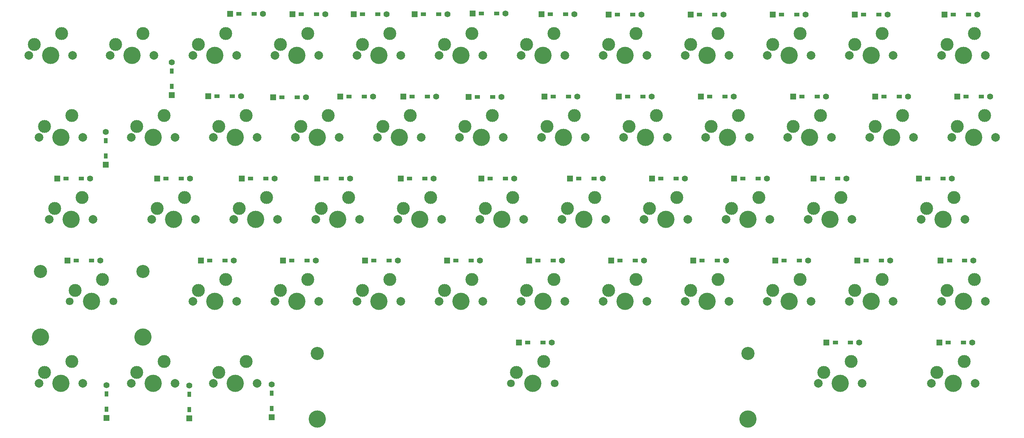
<source format=gbr>
%TF.GenerationSoftware,KiCad,Pcbnew,(7.0.0)*%
%TF.CreationDate,2024-09-06T15:26:17+09:00*%
%TF.ProjectId,rowlow52,726f776c-6f77-4353-922e-6b696361645f,rev?*%
%TF.SameCoordinates,Original*%
%TF.FileFunction,Soldermask,Top*%
%TF.FilePolarity,Negative*%
%FSLAX46Y46*%
G04 Gerber Fmt 4.6, Leading zero omitted, Abs format (unit mm)*
G04 Created by KiCad (PCBNEW (7.0.0)) date 2024-09-06 15:26:17*
%MOMM*%
%LPD*%
G01*
G04 APERTURE LIST*
%ADD10C,2.000000*%
%ADD11C,3.000000*%
%ADD12C,4.000000*%
%ADD13R,1.397000X1.397000*%
%ADD14R,1.300000X0.950000*%
%ADD15C,1.397000*%
%ADD16R,0.950000X1.300000*%
%ADD17C,3.050000*%
%ADD18C,1.800000*%
G04 APERTURE END LIST*
D10*
%TO.C,SW23*%
X247332500Y-102393700D03*
D11*
X248602500Y-99853700D03*
D12*
X252412500Y-102393700D03*
D11*
X254952500Y-97313700D03*
D10*
X257492500Y-102393700D03*
%TD*%
D13*
%TO.C,D29*%
X138458799Y-111918699D03*
D14*
X140493799Y-111918699D03*
X144043799Y-111918699D03*
D15*
X146078800Y-111918700D03*
%TD*%
D13*
%TO.C,D3*%
X113289999Y-73699999D03*
D14*
X115324999Y-73699999D03*
X118874999Y-73699999D03*
D15*
X120910000Y-73700000D03*
%TD*%
D13*
%TO.C,D39*%
X130146299Y-130968699D03*
D14*
X132181299Y-130968699D03*
X135731299Y-130968699D03*
D15*
X137766300Y-130968700D03*
%TD*%
D10*
%TO.C,SW3*%
X90170000Y-83343700D03*
D11*
X91440000Y-80803700D03*
D12*
X95250000Y-83343700D03*
D11*
X97790000Y-78263700D03*
D10*
X100330000Y-83343700D03*
%TD*%
D13*
%TO.C,D33*%
X215871299Y-111918699D03*
D14*
X217906299Y-111918699D03*
X221456299Y-111918699D03*
D15*
X223491300Y-111918700D03*
%TD*%
D13*
%TO.C,D6*%
X155164999Y-73549999D03*
D14*
X157199999Y-73549999D03*
X160749999Y-73549999D03*
D15*
X162785000Y-73550000D03*
%TD*%
D10*
%TO.C,SW8*%
X185420000Y-83343700D03*
D11*
X186690000Y-80803700D03*
D12*
X190500000Y-83343700D03*
D11*
X193040000Y-78263700D03*
D10*
X195580000Y-83343700D03*
%TD*%
%TO.C,SW39*%
X128270000Y-140493700D03*
D11*
X129540000Y-137953700D03*
D12*
X133350000Y-140493700D03*
D11*
X135890000Y-135413700D03*
D10*
X138430000Y-140493700D03*
%TD*%
D13*
%TO.C,D20*%
X189071299Y-92868699D03*
D14*
X191106299Y-92868699D03*
X194656299Y-92868699D03*
D15*
X196691300Y-92868700D03*
%TD*%
D13*
%TO.C,D9*%
X205739999Y-73818699D03*
D14*
X207774999Y-73818699D03*
X211324999Y-73818699D03*
D15*
X213360000Y-73818700D03*
%TD*%
D13*
%TO.C,D52*%
X263496299Y-150018699D03*
D14*
X265531299Y-150018699D03*
X269081299Y-150018699D03*
D15*
X271116300Y-150018700D03*
%TD*%
D10*
%TO.C,SW32*%
X194945000Y-121443700D03*
D11*
X196215000Y-118903700D03*
D12*
X200025000Y-121443700D03*
D11*
X202565000Y-116363700D03*
D10*
X205105000Y-121443700D03*
%TD*%
D13*
%TO.C,D18*%
X154189999Y-92949999D03*
D14*
X156224999Y-92949999D03*
X159774999Y-92949999D03*
D15*
X161810000Y-92950000D03*
%TD*%
D13*
%TO.C,D48*%
X89324999Y-167634999D03*
D16*
X89324999Y-165599999D03*
X89324999Y-162049999D03*
D15*
X89325000Y-160015000D03*
%TD*%
D10*
%TO.C,SW35*%
X259238800Y-121443700D03*
D11*
X260508800Y-118903700D03*
D12*
X264318800Y-121443700D03*
D11*
X266858800Y-116363700D03*
D10*
X269398800Y-121443700D03*
%TD*%
D13*
%TO.C,D38*%
X111096299Y-130968699D03*
D14*
X113131299Y-130968699D03*
X116681299Y-130968699D03*
D15*
X118716300Y-130968700D03*
%TD*%
D10*
%TO.C,SW6*%
X147320000Y-83343700D03*
D11*
X148590000Y-80803700D03*
D12*
X152400000Y-83343700D03*
D11*
X154940000Y-78263700D03*
D10*
X157480000Y-83343700D03*
%TD*%
D13*
%TO.C,D24*%
X267652499Y-92868699D03*
D14*
X269687499Y-92868699D03*
X273237499Y-92868699D03*
D15*
X275272500Y-92868700D03*
%TD*%
D10*
%TO.C,SW19*%
X171132500Y-102393700D03*
D11*
X172402500Y-99853700D03*
D12*
X176212500Y-102393700D03*
D11*
X178752500Y-97313700D03*
D10*
X181292500Y-102393700D03*
%TD*%
D13*
%TO.C,D45*%
X244446299Y-130968699D03*
D14*
X246481299Y-130968699D03*
X250031299Y-130968699D03*
D15*
X252066300Y-130968700D03*
%TD*%
D10*
%TO.C,SW43*%
X204470000Y-140493700D03*
D11*
X205740000Y-137953700D03*
D12*
X209550000Y-140493700D03*
D11*
X212090000Y-135413700D03*
D10*
X214630000Y-140493700D03*
%TD*%
D13*
%TO.C,D40*%
X149196299Y-130968699D03*
D14*
X151231299Y-130968699D03*
X154781299Y-130968699D03*
D15*
X156816300Y-130968700D03*
%TD*%
D10*
%TO.C,SW30*%
X156845000Y-121443700D03*
D11*
X158115000Y-118903700D03*
D12*
X161925000Y-121443700D03*
D11*
X164465000Y-116363700D03*
D10*
X167005000Y-121443700D03*
%TD*%
D13*
%TO.C,D23*%
X248602499Y-92868699D03*
D14*
X250637499Y-92868699D03*
X254187499Y-92868699D03*
D15*
X256222500Y-92868700D03*
%TD*%
D10*
%TO.C,SW13*%
X54451300Y-102393700D03*
D11*
X55721300Y-99853700D03*
D12*
X59531300Y-102393700D03*
D11*
X62071300Y-97313700D03*
D10*
X64611300Y-102393700D03*
%TD*%
%TO.C,SW28*%
X118745000Y-121443700D03*
D11*
X120015000Y-118903700D03*
D12*
X123825000Y-121443700D03*
D11*
X126365000Y-116363700D03*
D10*
X128905000Y-121443700D03*
%TD*%
D13*
%TO.C,D43*%
X206346299Y-130968699D03*
D14*
X208381299Y-130968699D03*
X211931299Y-130968699D03*
D15*
X213966300Y-130968700D03*
%TD*%
D10*
%TO.C,SW42*%
X185420000Y-140493700D03*
D11*
X186690000Y-137953700D03*
D12*
X190500000Y-140493700D03*
D11*
X193040000Y-135413700D03*
D10*
X195580000Y-140493700D03*
%TD*%
D13*
%TO.C,D46*%
X263804499Y-130968699D03*
D14*
X265839499Y-130968699D03*
X269389499Y-130968699D03*
D15*
X271424500Y-130968700D03*
%TD*%
D10*
%TO.C,SW16*%
X113982500Y-102393700D03*
D11*
X115252500Y-99853700D03*
D12*
X119062500Y-102393700D03*
D11*
X121602500Y-97313700D03*
D10*
X124142500Y-102393700D03*
%TD*%
%TO.C,SW15*%
X94932500Y-102393700D03*
D11*
X96202500Y-99853700D03*
D12*
X100012500Y-102393700D03*
D11*
X102552500Y-97313700D03*
D10*
X105092500Y-102393700D03*
%TD*%
%TO.C,SW41*%
X166370000Y-140493700D03*
D11*
X167640000Y-137953700D03*
D12*
X171450000Y-140493700D03*
D11*
X173990000Y-135413700D03*
D10*
X176530000Y-140493700D03*
%TD*%
%TO.C,SW44*%
X223520000Y-140493700D03*
D11*
X224790000Y-137953700D03*
D12*
X228600000Y-140493700D03*
D11*
X231140000Y-135413700D03*
D10*
X233680000Y-140493700D03*
%TD*%
%TO.C,SW47*%
X54451300Y-159543700D03*
D11*
X55721300Y-157003700D03*
D12*
X59531300Y-159543700D03*
D11*
X62071300Y-154463700D03*
D10*
X64611300Y-159543700D03*
%TD*%
%TO.C,SW4*%
X109220000Y-83343700D03*
D11*
X110490000Y-80803700D03*
D12*
X114300000Y-83343700D03*
D11*
X116840000Y-78263700D03*
D10*
X119380000Y-83343700D03*
%TD*%
%TO.C,SW40*%
X147320000Y-140493700D03*
D11*
X148590000Y-137953700D03*
D12*
X152400000Y-140493700D03*
D11*
X154940000Y-135413700D03*
D10*
X157480000Y-140493700D03*
%TD*%
D17*
%TO.C,SW50*%
X119058800Y-152543700D03*
D12*
X119058800Y-167783700D03*
D18*
X163988800Y-159543700D03*
D11*
X165258800Y-157003700D03*
D12*
X169068800Y-159543700D03*
D11*
X171608800Y-154463700D03*
D18*
X174148800Y-159543700D03*
D17*
X219078800Y-152543700D03*
D12*
X219078800Y-167783700D03*
%TD*%
D10*
%TO.C,SW22*%
X228282500Y-102393700D03*
D11*
X229552500Y-99853700D03*
D12*
X233362500Y-102393700D03*
D11*
X235902500Y-97313700D03*
D10*
X238442500Y-102393700D03*
%TD*%
%TO.C,SW27*%
X99695000Y-121443700D03*
D11*
X100965000Y-118903700D03*
D12*
X104775000Y-121443700D03*
D11*
X107315000Y-116363700D03*
D10*
X109855000Y-121443700D03*
%TD*%
D13*
%TO.C,D28*%
X119062499Y-111918699D03*
D14*
X121097499Y-111918699D03*
X124647499Y-111918699D03*
D15*
X126682500Y-111918700D03*
%TD*%
D10*
%TO.C,SW52*%
X261620000Y-159543700D03*
D11*
X262890000Y-157003700D03*
D12*
X266700000Y-159543700D03*
D11*
X269240000Y-154463700D03*
D10*
X271780000Y-159543700D03*
%TD*%
%TO.C,SW24*%
X266382500Y-102393700D03*
D11*
X267652500Y-99853700D03*
D12*
X271462500Y-102393700D03*
D11*
X274002500Y-97313700D03*
D10*
X276542500Y-102393700D03*
%TD*%
%TO.C,SW37*%
X90170000Y-140493700D03*
D11*
X91440000Y-137953700D03*
D12*
X95250000Y-140493700D03*
D11*
X97790000Y-135413700D03*
D10*
X100330000Y-140493700D03*
%TD*%
D13*
%TO.C,D4*%
X127539999Y-73774999D03*
D14*
X129574999Y-73774999D03*
X133124999Y-73774999D03*
D15*
X135160000Y-73775000D03*
%TD*%
D10*
%TO.C,SW20*%
X190182500Y-102393700D03*
D11*
X191452500Y-99853700D03*
D12*
X195262500Y-102393700D03*
D11*
X197802500Y-97313700D03*
D10*
X200342500Y-102393700D03*
%TD*%
D13*
%TO.C,D14*%
X93789999Y-92749999D03*
D14*
X95824999Y-92749999D03*
X99374999Y-92749999D03*
D15*
X101410000Y-92750000D03*
%TD*%
D10*
%TO.C,SW2*%
X70976300Y-83340000D03*
D11*
X72246300Y-80800000D03*
D12*
X76056300Y-83340000D03*
D11*
X78596300Y-78260000D03*
D10*
X81136300Y-83340000D03*
%TD*%
D13*
%TO.C,D10*%
X224789999Y-73818699D03*
D14*
X226824999Y-73818699D03*
X230374999Y-73818699D03*
D15*
X232410000Y-73818700D03*
%TD*%
D13*
%TO.C,D41*%
X168246299Y-130968699D03*
D14*
X170281299Y-130968699D03*
X173831299Y-130968699D03*
D15*
X175866300Y-130968700D03*
%TD*%
D13*
%TO.C,D1*%
X85249999Y-92559999D03*
D16*
X85249999Y-90524999D03*
X85249999Y-86974999D03*
D15*
X85250000Y-84940000D03*
%TD*%
D10*
%TO.C,SW1*%
X52070000Y-83343700D03*
D11*
X53340000Y-80803700D03*
D12*
X57150000Y-83343700D03*
D11*
X59690000Y-78263700D03*
D10*
X62230000Y-83343700D03*
%TD*%
%TO.C,SW12*%
X264001300Y-83343700D03*
D11*
X265271300Y-80803700D03*
D12*
X269081300Y-83343700D03*
D11*
X271621300Y-78263700D03*
D10*
X274161300Y-83343700D03*
%TD*%
D13*
%TO.C,D51*%
X237302499Y-150018699D03*
D14*
X239337499Y-150018699D03*
X242887499Y-150018699D03*
D15*
X244922500Y-150018700D03*
%TD*%
D10*
%TO.C,SW49*%
X94932500Y-159543700D03*
D11*
X96202500Y-157003700D03*
D12*
X100012500Y-159543700D03*
D11*
X102552500Y-154463700D03*
D10*
X105092500Y-159543700D03*
%TD*%
D13*
%TO.C,D34*%
X234314999Y-111918699D03*
D14*
X236349999Y-111918699D03*
X239899999Y-111918699D03*
D15*
X241935000Y-111918700D03*
%TD*%
D13*
%TO.C,D15*%
X108814999Y-93049999D03*
D14*
X110849999Y-93049999D03*
X114399999Y-93049999D03*
D15*
X116435000Y-93050000D03*
%TD*%
D13*
%TO.C,D2*%
X98839999Y-73649999D03*
D14*
X100874999Y-73649999D03*
X104424999Y-73649999D03*
D15*
X106460000Y-73650000D03*
%TD*%
D13*
%TO.C,D27*%
X101571299Y-111918699D03*
D14*
X103606299Y-111918699D03*
X107156299Y-111918699D03*
D15*
X109191300Y-111918700D03*
%TD*%
D10*
%TO.C,SW17*%
X133032500Y-102393700D03*
D11*
X134302500Y-99853700D03*
D12*
X138112500Y-102393700D03*
D11*
X140652500Y-97313700D03*
D10*
X143192500Y-102393700D03*
%TD*%
%TO.C,SW21*%
X209232500Y-102393700D03*
D11*
X210502500Y-99853700D03*
D12*
X214312500Y-102393700D03*
D11*
X216852500Y-97313700D03*
D10*
X219392500Y-102393700D03*
%TD*%
D13*
%TO.C,D25*%
X58708799Y-111918699D03*
D14*
X60743799Y-111918699D03*
X64293799Y-111918699D03*
D15*
X66328800Y-111918700D03*
%TD*%
D10*
%TO.C,SW5*%
X128270000Y-83343700D03*
D11*
X129540000Y-80803700D03*
D12*
X133350000Y-83343700D03*
D11*
X135890000Y-78263700D03*
D10*
X138430000Y-83343700D03*
%TD*%
D13*
%TO.C,D12*%
X264664999Y-73818699D03*
D14*
X266699999Y-73818699D03*
X270249999Y-73818699D03*
D15*
X272285000Y-73818700D03*
%TD*%
D13*
%TO.C,D21*%
X208121299Y-92868699D03*
D14*
X210156299Y-92868699D03*
X213706299Y-92868699D03*
D15*
X215741300Y-92868700D03*
%TD*%
D10*
%TO.C,SW29*%
X137795000Y-121443700D03*
D11*
X139065000Y-118903700D03*
D12*
X142875000Y-121443700D03*
D11*
X145415000Y-116363700D03*
D10*
X147955000Y-121443700D03*
%TD*%
%TO.C,SW26*%
X80645000Y-121443700D03*
D11*
X81915000Y-118903700D03*
D12*
X85725000Y-121443700D03*
D11*
X88265000Y-116363700D03*
D10*
X90805000Y-121443700D03*
%TD*%
D13*
%TO.C,D16*%
X124439999Y-92849999D03*
D14*
X126474999Y-92849999D03*
X130024999Y-92849999D03*
D15*
X132060000Y-92850000D03*
%TD*%
D13*
%TO.C,D7*%
X171164999Y-73724999D03*
D14*
X173199999Y-73724999D03*
X176749999Y-73724999D03*
D15*
X178785000Y-73725000D03*
%TD*%
D10*
%TO.C,SW25*%
X56832500Y-121443700D03*
D11*
X58102500Y-118903700D03*
D12*
X61912500Y-121443700D03*
D11*
X64452500Y-116363700D03*
D10*
X66992500Y-121443700D03*
%TD*%
D17*
%TO.C,SW36*%
X54775000Y-133493700D03*
D12*
X54775000Y-148733700D03*
D18*
X61595000Y-140493700D03*
D11*
X62865000Y-137953700D03*
D12*
X66675000Y-140493700D03*
D11*
X69215000Y-135413700D03*
D18*
X71755000Y-140493700D03*
D17*
X78575000Y-133493700D03*
D12*
X78575000Y-148733700D03*
%TD*%
D13*
%TO.C,D22*%
X229552499Y-92868699D03*
D14*
X231587499Y-92868699D03*
X235137499Y-92868699D03*
D15*
X237172500Y-92868700D03*
%TD*%
D13*
%TO.C,D36*%
X61089999Y-130968699D03*
D14*
X63124999Y-130968699D03*
X66674999Y-130968699D03*
D15*
X68710000Y-130968700D03*
%TD*%
D13*
%TO.C,D50*%
X165864999Y-150018699D03*
D14*
X167899999Y-150018699D03*
X171449999Y-150018699D03*
D15*
X173485000Y-150018700D03*
%TD*%
D13*
%TO.C,D8*%
X186689999Y-73818699D03*
D14*
X188724999Y-73818699D03*
X192274999Y-73818699D03*
D15*
X194310000Y-73818700D03*
%TD*%
D10*
%TO.C,SW51*%
X235426300Y-159543700D03*
D11*
X236696300Y-157003700D03*
D12*
X240506300Y-159543700D03*
D11*
X243046300Y-154463700D03*
D10*
X245586300Y-159543700D03*
%TD*%
D13*
%TO.C,D35*%
X258733799Y-111918699D03*
D14*
X260768799Y-111918699D03*
X264318799Y-111918699D03*
D15*
X266353800Y-111918700D03*
%TD*%
D13*
%TO.C,D11*%
X243839999Y-73818699D03*
D14*
X245874999Y-73818699D03*
X249424999Y-73818699D03*
D15*
X251460000Y-73818700D03*
%TD*%
D10*
%TO.C,SW7*%
X166370000Y-83343700D03*
D11*
X167640000Y-80803700D03*
D12*
X171450000Y-83343700D03*
D11*
X173990000Y-78263700D03*
D10*
X176530000Y-83343700D03*
%TD*%
D13*
%TO.C,D32*%
X196821299Y-111918699D03*
D14*
X198856299Y-111918699D03*
X202406299Y-111918699D03*
D15*
X204441300Y-111918700D03*
%TD*%
D10*
%TO.C,SW18*%
X152082500Y-102393700D03*
D11*
X153352500Y-99853700D03*
D12*
X157162500Y-102393700D03*
D11*
X159702500Y-97313700D03*
D10*
X162242500Y-102393700D03*
%TD*%
%TO.C,SW14*%
X75882500Y-102393700D03*
D11*
X77152500Y-99853700D03*
D12*
X80962500Y-102393700D03*
D11*
X83502500Y-97313700D03*
D10*
X86042500Y-102393700D03*
%TD*%
%TO.C,SW33*%
X213995000Y-121443700D03*
D11*
X215265000Y-118903700D03*
D12*
X219075000Y-121443700D03*
D11*
X221615000Y-116363700D03*
D10*
X224155000Y-121443700D03*
%TD*%
D13*
%TO.C,D26*%
X81914999Y-111918699D03*
D14*
X83949999Y-111918699D03*
X87499999Y-111918699D03*
D15*
X89535000Y-111918700D03*
%TD*%
D10*
%TO.C,SW48*%
X75882500Y-159543700D03*
D11*
X77152500Y-157003700D03*
D12*
X80962500Y-159543700D03*
D11*
X83502500Y-154463700D03*
D10*
X86042500Y-159543700D03*
%TD*%
D13*
%TO.C,D17*%
X139064999Y-92849999D03*
D14*
X141099999Y-92849999D03*
X144649999Y-92849999D03*
D15*
X146685000Y-92850000D03*
%TD*%
D13*
%TO.C,D19*%
X171796299Y-92868699D03*
D14*
X173831299Y-92868699D03*
X177381299Y-92868699D03*
D15*
X179416300Y-92868700D03*
%TD*%
D13*
%TO.C,D31*%
X177771299Y-111918699D03*
D14*
X179806299Y-111918699D03*
X183356299Y-111918699D03*
D15*
X185391300Y-111918700D03*
%TD*%
D10*
%TO.C,SW11*%
X242570000Y-83343700D03*
D11*
X243840000Y-80803700D03*
D12*
X247650000Y-83343700D03*
D11*
X250190000Y-78263700D03*
D10*
X252730000Y-83343700D03*
%TD*%
%TO.C,SW34*%
X233045000Y-121443700D03*
D11*
X234315000Y-118903700D03*
D12*
X238125000Y-121443700D03*
D11*
X240665000Y-116363700D03*
D10*
X243205000Y-121443700D03*
%TD*%
D13*
%TO.C,D49*%
X108499999Y-167359999D03*
D16*
X108499999Y-165324999D03*
X108499999Y-161774999D03*
D15*
X108500000Y-159740000D03*
%TD*%
D10*
%TO.C,SW45*%
X242570000Y-140493700D03*
D11*
X243840000Y-137953700D03*
D12*
X247650000Y-140493700D03*
D11*
X250190000Y-135413700D03*
D10*
X252730000Y-140493700D03*
%TD*%
D13*
%TO.C,D47*%
X70124999Y-167559999D03*
D16*
X70124999Y-165524999D03*
X70124999Y-161974999D03*
D15*
X70125000Y-159940000D03*
%TD*%
D10*
%TO.C,SW38*%
X109220000Y-140493700D03*
D11*
X110490000Y-137953700D03*
D12*
X114300000Y-140493700D03*
D11*
X116840000Y-135413700D03*
D10*
X119380000Y-140493700D03*
%TD*%
%TO.C,SW46*%
X264001300Y-140493700D03*
D11*
X265271300Y-137953700D03*
D12*
X269081300Y-140493700D03*
D11*
X271621300Y-135413700D03*
D10*
X274161300Y-140493700D03*
%TD*%
D13*
%TO.C,D42*%
X187296299Y-130968699D03*
D14*
X189331299Y-130968699D03*
X192881299Y-130968699D03*
D15*
X194916300Y-130968700D03*
%TD*%
D10*
%TO.C,SW9*%
X204470000Y-83343700D03*
D11*
X205740000Y-80803700D03*
D12*
X209550000Y-83343700D03*
D11*
X212090000Y-78263700D03*
D10*
X214630000Y-83343700D03*
%TD*%
D13*
%TO.C,D44*%
X225396299Y-130968699D03*
D14*
X227431299Y-130968699D03*
X230981299Y-130968699D03*
D15*
X233016300Y-130968700D03*
%TD*%
D10*
%TO.C,SW10*%
X223520000Y-83343700D03*
D11*
X224790000Y-80803700D03*
D12*
X228600000Y-83343700D03*
D11*
X231140000Y-78263700D03*
D10*
X233680000Y-83343700D03*
%TD*%
D13*
%TO.C,D5*%
X141664999Y-73699999D03*
D14*
X143699999Y-73699999D03*
X147249999Y-73699999D03*
D15*
X149285000Y-73700000D03*
%TD*%
D10*
%TO.C,SW31*%
X175895000Y-121443700D03*
D11*
X177165000Y-118903700D03*
D12*
X180975000Y-121443700D03*
D11*
X183515000Y-116363700D03*
D10*
X186055000Y-121443700D03*
%TD*%
D13*
%TO.C,D37*%
X92046299Y-130968699D03*
D14*
X94081299Y-130968699D03*
X97631299Y-130968699D03*
D15*
X99666300Y-130968700D03*
%TD*%
D13*
%TO.C,D30*%
X157162499Y-111918699D03*
D14*
X159197499Y-111918699D03*
X162747499Y-111918699D03*
D15*
X164782500Y-111918700D03*
%TD*%
D13*
%TO.C,D13*%
X69999999Y-108684999D03*
D16*
X69999999Y-106649999D03*
X69999999Y-103099999D03*
D15*
X70000000Y-101065000D03*
%TD*%
M02*

</source>
